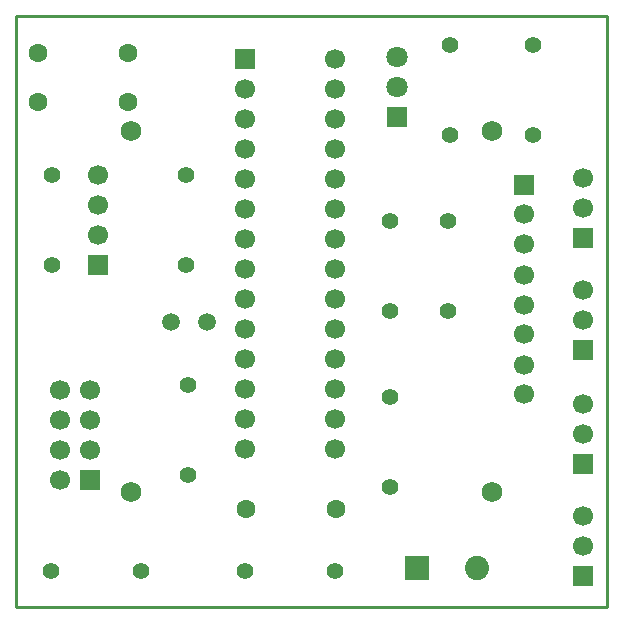
<source format=gbs>
G04 Layer_Color=16711935*
%FSLAX42Y42*%
%MOMM*%
G71*
G01*
G75*
%ADD11C,0.25*%
%ADD27C,1.40*%
%ADD28C,1.50*%
%ADD29R,1.80X1.80*%
%ADD30C,1.80*%
%ADD31C,1.70*%
%ADD32R,1.70X1.70*%
%ADD33C,1.60*%
%ADD34R,1.70X1.70*%
%ADD35R,2.05X2.05*%
%ADD36C,2.05*%
%ADD38C,1.73*%
D11*
X0Y0D02*
Y5000D01*
Y0D02*
X5000D01*
Y5000D01*
X0D02*
X5000D01*
D27*
X1450Y1881D02*
D03*
Y1119D02*
D03*
X301Y2893D02*
D03*
Y3655D02*
D03*
X3160Y1016D02*
D03*
Y1778D02*
D03*
Y2506D02*
D03*
Y3268D02*
D03*
X4375Y3994D02*
D03*
Y4756D02*
D03*
X2700Y300D02*
D03*
X1938D02*
D03*
X3655Y3268D02*
D03*
Y2506D02*
D03*
X1440Y3655D02*
D03*
Y2893D02*
D03*
X294Y300D02*
D03*
X1056D02*
D03*
X3675Y4756D02*
D03*
Y3994D02*
D03*
D28*
X1617Y2408D02*
D03*
X1307D02*
D03*
D29*
X3225Y4146D02*
D03*
D30*
Y4400D02*
D03*
Y4654D02*
D03*
D31*
X2698Y1331D02*
D03*
Y1585D02*
D03*
Y1839D02*
D03*
Y2093D02*
D03*
Y2347D02*
D03*
Y2601D02*
D03*
Y2855D02*
D03*
Y3109D02*
D03*
Y3363D02*
D03*
Y3617D02*
D03*
Y3871D02*
D03*
Y4125D02*
D03*
Y4379D02*
D03*
Y4633D02*
D03*
X1936Y1331D02*
D03*
Y1585D02*
D03*
Y1839D02*
D03*
Y2093D02*
D03*
Y2347D02*
D03*
Y2601D02*
D03*
Y2855D02*
D03*
Y3109D02*
D03*
Y3363D02*
D03*
Y3617D02*
D03*
Y3871D02*
D03*
Y4125D02*
D03*
Y4379D02*
D03*
X688Y3655D02*
D03*
Y3401D02*
D03*
Y3147D02*
D03*
X4300Y3321D02*
D03*
Y3067D02*
D03*
Y2812D02*
D03*
Y2558D02*
D03*
Y2305D02*
D03*
Y2050D02*
D03*
Y1797D02*
D03*
X4794Y1462D02*
D03*
Y1716D02*
D03*
Y3376D02*
D03*
Y3629D02*
D03*
Y2430D02*
D03*
Y2683D02*
D03*
Y516D02*
D03*
Y770D02*
D03*
X371Y1837D02*
D03*
X625D02*
D03*
X371Y1583D02*
D03*
X625D02*
D03*
X371Y1329D02*
D03*
X625D02*
D03*
X371Y1075D02*
D03*
D32*
X1936Y4633D02*
D03*
D33*
X184Y4687D02*
D03*
X945D02*
D03*
X184Y4275D02*
D03*
X945D02*
D03*
X2706Y825D02*
D03*
X1944D02*
D03*
D34*
X688Y2893D02*
D03*
X4300Y3574D02*
D03*
X4794Y1208D02*
D03*
Y3122D02*
D03*
Y2175D02*
D03*
Y262D02*
D03*
X625Y1075D02*
D03*
D35*
X3396Y325D02*
D03*
D36*
X3904D02*
D03*
D38*
X975Y4025D02*
D03*
X4025D02*
D03*
Y975D02*
D03*
X975Y969D02*
D03*
M02*

</source>
